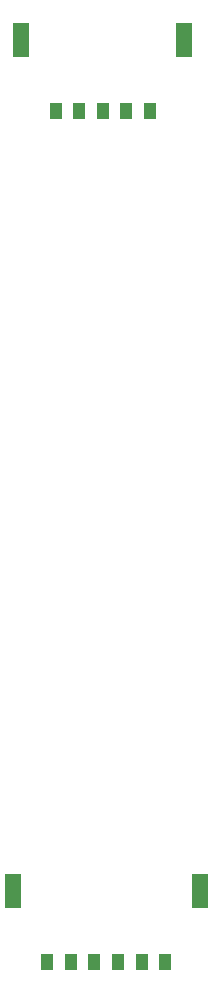
<source format=gbp>
%TF.GenerationSoftware,KiCad,Pcbnew,9.0.1*%
%TF.CreationDate,2025-04-06T17:11:13-07:00*%
%TF.ProjectId,Stationary_X_Panel,53746174-696f-46e6-9172-795f585f5061,1.6*%
%TF.SameCoordinates,Original*%
%TF.FileFunction,Paste,Bot*%
%TF.FilePolarity,Positive*%
%FSLAX46Y46*%
G04 Gerber Fmt 4.6, Leading zero omitted, Abs format (unit mm)*
G04 Created by KiCad (PCBNEW 9.0.1) date 2025-04-06 17:11:13*
%MOMM*%
%LPD*%
G01*
G04 APERTURE LIST*
%ADD10R,1.100000X1.450000*%
%ADD11R,1.350000X2.900000*%
G04 APERTURE END LIST*
D10*
%TO.C,J3*%
X66700000Y-93450000D03*
X68700000Y-93450000D03*
X70700000Y-93450000D03*
X72700000Y-93450000D03*
X74700000Y-93450000D03*
D11*
X63805000Y-87475000D03*
X77595000Y-87475000D03*
%TD*%
D10*
%TO.C,J1*%
X66000000Y-165500000D03*
X68000000Y-165500000D03*
X70000000Y-165500000D03*
X72000000Y-165500000D03*
X74000000Y-165500000D03*
X76000000Y-165500000D03*
D11*
X63105000Y-159525000D03*
X78895000Y-159525000D03*
%TD*%
M02*

</source>
